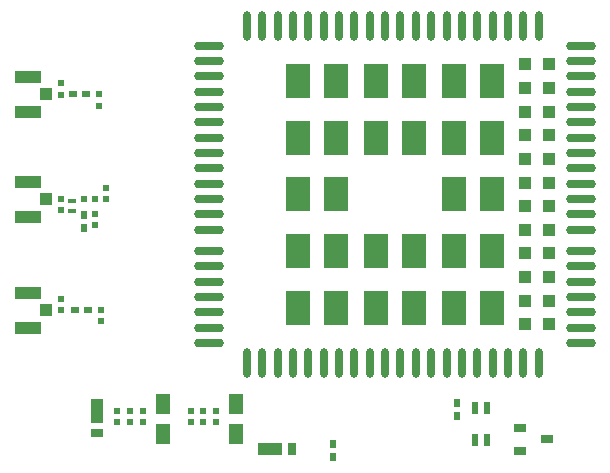
<source format=gtp>
G04*
G04 #@! TF.GenerationSoftware,Altium Limited,Altium Designer,20.0.13 (296)*
G04*
G04 Layer_Color=8421504*
%FSLAX25Y25*%
%MOIN*%
G70*
G01*
G75*
%ADD15R,0.02362X0.04134*%
%ADD16R,0.04331X0.02559*%
%ADD17R,0.02559X0.01378*%
%ADD18R,0.08661X0.04134*%
%ADD19R,0.04134X0.03937*%
%ADD20R,0.02362X0.02953*%
%ADD21R,0.02953X0.02362*%
%ADD22R,0.04921X0.07087*%
G04:AMPARAMS|DCode=23|XSize=98.43mil|YSize=28.35mil|CornerRadius=14.17mil|HoleSize=0mil|Usage=FLASHONLY|Rotation=180.000|XOffset=0mil|YOffset=0mil|HoleType=Round|Shape=RoundedRectangle|*
%AMROUNDEDRECTD23*
21,1,0.09843,0.00000,0,0,180.0*
21,1,0.07008,0.02835,0,0,180.0*
1,1,0.02835,-0.03504,0.00000*
1,1,0.02835,0.03504,0.00000*
1,1,0.02835,0.03504,0.00000*
1,1,0.02835,-0.03504,0.00000*
%
%ADD23ROUNDEDRECTD23*%
G04:AMPARAMS|DCode=24|XSize=98.43mil|YSize=28.35mil|CornerRadius=14.17mil|HoleSize=0mil|Usage=FLASHONLY|Rotation=270.000|XOffset=0mil|YOffset=0mil|HoleType=Round|Shape=RoundedRectangle|*
%AMROUNDEDRECTD24*
21,1,0.09843,0.00000,0,0,270.0*
21,1,0.07008,0.02835,0,0,270.0*
1,1,0.02835,0.00000,-0.03504*
1,1,0.02835,0.00000,0.03504*
1,1,0.02835,0.00000,0.03504*
1,1,0.02835,0.00000,-0.03504*
%
%ADD24ROUNDEDRECTD24*%
%ADD25R,0.07874X0.11811*%
%ADD26R,0.04331X0.04331*%
%ADD27R,0.07874X0.04331*%
%ADD28R,0.03150X0.04331*%
%ADD29R,0.04331X0.07874*%
%ADD30R,0.04331X0.03150*%
%ADD31R,0.02441X0.02205*%
%ADD32R,0.02205X0.02441*%
D15*
X163465Y24626D02*
D03*
Y14193D02*
D03*
X167402D02*
D03*
Y24626D02*
D03*
D16*
X178347Y18032D02*
D03*
Y10551D02*
D03*
X187402Y14291D02*
D03*
D17*
X29134Y93602D02*
D03*
Y90256D02*
D03*
D18*
X14253Y63089D02*
D03*
Y51475D02*
D03*
Y100136D02*
D03*
Y88522D02*
D03*
X14174Y135097D02*
D03*
Y123483D02*
D03*
D19*
X20256Y57282D02*
D03*
Y94329D02*
D03*
X20178Y129290D02*
D03*
D20*
X32835Y84842D02*
D03*
Y89173D02*
D03*
X115866Y8307D02*
D03*
Y12638D02*
D03*
X157323Y26496D02*
D03*
Y22165D02*
D03*
D21*
X29409Y129252D02*
D03*
X33740D02*
D03*
X34213Y57402D02*
D03*
X29882D02*
D03*
D22*
X59488Y15984D02*
D03*
Y26221D02*
D03*
X83583Y15984D02*
D03*
Y26221D02*
D03*
D23*
X198721Y46339D02*
D03*
Y51457D02*
D03*
Y56575D02*
D03*
Y61693D02*
D03*
Y66811D02*
D03*
Y71929D02*
D03*
Y77047D02*
D03*
Y94370D02*
D03*
Y99488D02*
D03*
Y104606D02*
D03*
Y109724D02*
D03*
Y114842D02*
D03*
Y119961D02*
D03*
Y125079D02*
D03*
Y130197D02*
D03*
Y135315D02*
D03*
Y140433D02*
D03*
Y145551D02*
D03*
X74705D02*
D03*
Y140433D02*
D03*
Y135315D02*
D03*
Y130197D02*
D03*
Y125079D02*
D03*
Y119961D02*
D03*
Y114842D02*
D03*
Y109724D02*
D03*
Y104606D02*
D03*
Y99488D02*
D03*
Y94370D02*
D03*
Y77047D02*
D03*
Y71929D02*
D03*
Y66811D02*
D03*
Y61693D02*
D03*
Y56575D02*
D03*
Y51457D02*
D03*
Y46339D02*
D03*
X198721Y84134D02*
D03*
Y89252D02*
D03*
X74705D02*
D03*
Y84134D02*
D03*
D24*
X174311Y152047D02*
D03*
X169193D02*
D03*
X164075D02*
D03*
X158957D02*
D03*
X153839D02*
D03*
X148721D02*
D03*
X143602D02*
D03*
X138484D02*
D03*
X133366D02*
D03*
X128248D02*
D03*
X123130D02*
D03*
X118012D02*
D03*
X112894D02*
D03*
X107776D02*
D03*
X102657D02*
D03*
X97539D02*
D03*
X92421D02*
D03*
X87303D02*
D03*
Y39843D02*
D03*
X92421D02*
D03*
X97539D02*
D03*
X102657D02*
D03*
X107776D02*
D03*
X112894D02*
D03*
X118012D02*
D03*
X123130D02*
D03*
X128248D02*
D03*
X133366D02*
D03*
X138484D02*
D03*
X143602D02*
D03*
X148721D02*
D03*
X153839D02*
D03*
X158957D02*
D03*
X164075D02*
D03*
X169193D02*
D03*
X174311D02*
D03*
X179429D02*
D03*
X184547D02*
D03*
X179429Y152047D02*
D03*
X184547D02*
D03*
D25*
X104429Y58150D02*
D03*
Y77047D02*
D03*
Y95945D02*
D03*
Y114842D02*
D03*
Y133740D02*
D03*
X117028Y58150D02*
D03*
Y77047D02*
D03*
Y95945D02*
D03*
Y114842D02*
D03*
Y133740D02*
D03*
X130413Y58150D02*
D03*
Y77047D02*
D03*
Y114842D02*
D03*
Y133740D02*
D03*
X143012Y58150D02*
D03*
Y77047D02*
D03*
Y114842D02*
D03*
Y133740D02*
D03*
X156398Y58150D02*
D03*
Y77047D02*
D03*
Y95945D02*
D03*
Y114842D02*
D03*
Y133740D02*
D03*
X168996Y58150D02*
D03*
Y77047D02*
D03*
Y95945D02*
D03*
Y114842D02*
D03*
Y133740D02*
D03*
D26*
X180020Y52638D02*
D03*
Y60512D02*
D03*
Y68386D02*
D03*
Y76260D02*
D03*
Y84134D02*
D03*
Y92008D02*
D03*
Y99882D02*
D03*
Y107756D02*
D03*
Y115630D02*
D03*
Y123504D02*
D03*
Y131378D02*
D03*
Y139252D02*
D03*
X187894Y52638D02*
D03*
Y60512D02*
D03*
Y68386D02*
D03*
Y76260D02*
D03*
Y84134D02*
D03*
Y92008D02*
D03*
Y99882D02*
D03*
Y107756D02*
D03*
Y115630D02*
D03*
Y123504D02*
D03*
Y131378D02*
D03*
Y139252D02*
D03*
D27*
X94961Y11181D02*
D03*
D28*
X102441D02*
D03*
D29*
X37362Y23898D02*
D03*
D30*
Y16417D02*
D03*
D31*
X48297Y20000D02*
D03*
Y23779D02*
D03*
X76917Y20000D02*
D03*
Y23779D02*
D03*
X68513Y20000D02*
D03*
Y23779D02*
D03*
X52499Y20000D02*
D03*
Y23779D02*
D03*
X44094Y20000D02*
D03*
Y23779D02*
D03*
X72715Y20000D02*
D03*
Y23779D02*
D03*
X37835Y125551D02*
D03*
Y129331D02*
D03*
X25315Y132992D02*
D03*
Y129213D02*
D03*
X25336Y90629D02*
D03*
Y94409D02*
D03*
X40433Y98071D02*
D03*
Y94291D02*
D03*
X38740Y53622D02*
D03*
Y57402D02*
D03*
X25315Y61063D02*
D03*
Y57284D02*
D03*
X36654Y89449D02*
D03*
Y85669D02*
D03*
D32*
X36614Y94252D02*
D03*
X32835D02*
D03*
M02*

</source>
